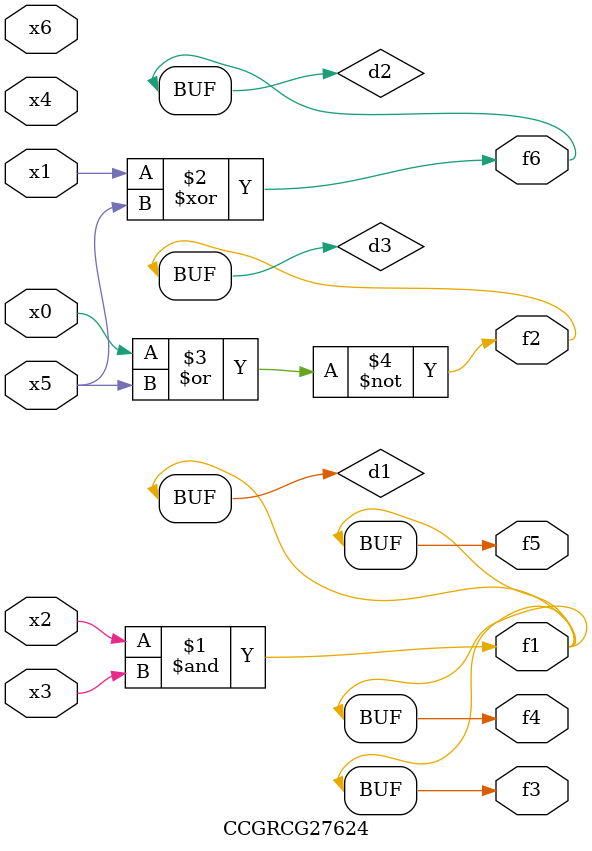
<source format=v>
module CCGRCG27624(
	input x0, x1, x2, x3, x4, x5, x6,
	output f1, f2, f3, f4, f5, f6
);

	wire d1, d2, d3;

	and (d1, x2, x3);
	xor (d2, x1, x5);
	nor (d3, x0, x5);
	assign f1 = d1;
	assign f2 = d3;
	assign f3 = d1;
	assign f4 = d1;
	assign f5 = d1;
	assign f6 = d2;
endmodule

</source>
